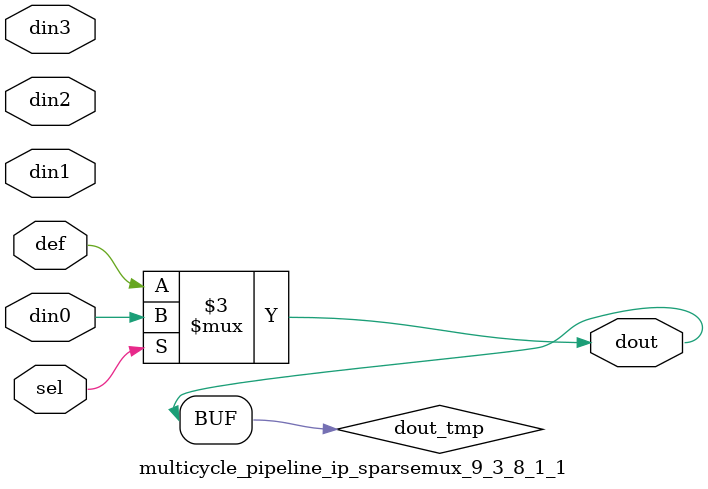
<source format=v>
`timescale 1ns / 1ps

module multicycle_pipeline_ip_sparsemux_9_3_8_1_1 (din0,din1,din2,din3,def,sel,dout);

parameter din0_WIDTH = 1;

parameter din1_WIDTH = 1;

parameter din2_WIDTH = 1;

parameter din3_WIDTH = 1;

parameter def_WIDTH = 1;
parameter sel_WIDTH = 1;
parameter dout_WIDTH = 1;

parameter [sel_WIDTH-1:0] CASE0 = 1;

parameter [sel_WIDTH-1:0] CASE1 = 1;

parameter [sel_WIDTH-1:0] CASE2 = 1;

parameter [sel_WIDTH-1:0] CASE3 = 1;

parameter ID = 1;
parameter NUM_STAGE = 1;



input [din0_WIDTH-1:0] din0;

input [din1_WIDTH-1:0] din1;

input [din2_WIDTH-1:0] din2;

input [din3_WIDTH-1:0] din3;

input [def_WIDTH-1:0] def;
input [sel_WIDTH-1:0] sel;

output [dout_WIDTH-1:0] dout;



reg [dout_WIDTH-1:0] dout_tmp;


always @ (*) begin
(* parallel_case *) case (sel)
    
    CASE0 : dout_tmp = din0;
    
    CASE1 : dout_tmp = din1;
    
    CASE2 : dout_tmp = din2;
    
    CASE3 : dout_tmp = din3;
    
    default : dout_tmp = def;
endcase
end


assign dout = dout_tmp;



endmodule

</source>
